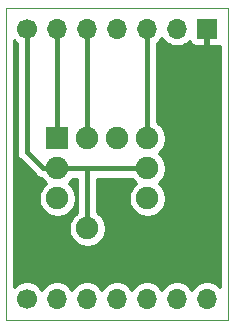
<source format=gbr>
G04 #@! TF.GenerationSoftware,KiCad,Pcbnew,(5.1.5)-3*
G04 #@! TF.CreationDate,2020-03-16T23:27:22+01:00*
G04 #@! TF.ProjectId,switch,73776974-6368-42e6-9b69-6361645f7063,rev?*
G04 #@! TF.SameCoordinates,PX18f3350PY2d4c310*
G04 #@! TF.FileFunction,Copper,L2,Bot*
G04 #@! TF.FilePolarity,Positive*
%FSLAX46Y46*%
G04 Gerber Fmt 4.6, Leading zero omitted, Abs format (unit mm)*
G04 Created by KiCad (PCBNEW (5.1.5)-3) date 2020-03-16 23:27:22*
%MOMM*%
%LPD*%
G04 APERTURE LIST*
%ADD10C,0.050000*%
%ADD11O,1.700000X1.700000*%
%ADD12C,1.700000*%
%ADD13R,1.700000X1.700000*%
%ADD14C,1.900000*%
%ADD15R,1.900000X1.900000*%
%ADD16C,0.457200*%
%ADD17C,0.254000*%
G04 APERTURE END LIST*
D10*
X18796000Y26416000D02*
X0Y26416000D01*
X18796000Y0D02*
X18796000Y26416000D01*
X0Y0D02*
X18796000Y0D01*
X0Y26416000D02*
X0Y0D01*
D11*
X17018000Y1778000D03*
X14478000Y1778000D03*
X11938000Y1778000D03*
X9398000Y1778000D03*
X6858000Y1778000D03*
X4318000Y1778000D03*
D12*
X1778000Y1778000D03*
D13*
X17018000Y24638000D03*
D11*
X14478000Y24638000D03*
X11938000Y24638000D03*
X9398000Y24638000D03*
X6858000Y24638000D03*
X4318000Y24638000D03*
D12*
X1778000Y24638000D03*
D14*
X11990500Y10287000D03*
X4370500Y10287000D03*
X11990500Y12827000D03*
X4370500Y12827000D03*
X11990500Y15367000D03*
D15*
X4370500Y15367000D03*
D14*
X6910500Y7747000D03*
X9450500Y15367000D03*
X6910500Y15367000D03*
X11990500Y15367000D03*
D15*
X4370500Y15367000D03*
D16*
X11938000Y15367000D02*
X11938000Y24638000D01*
X6858000Y15367000D02*
X6858000Y24638000D01*
X4370500Y24585500D02*
X4318000Y24638000D01*
X4370500Y15367000D02*
X4370500Y24585500D01*
X4370500Y12827000D02*
X6731000Y12827000D01*
X3175000Y12827000D02*
X4370500Y12827000D01*
X1778000Y24638000D02*
X1778000Y14224000D01*
X1778000Y14224000D02*
X3175000Y12827000D01*
X6731000Y12827000D02*
X11990500Y12827000D01*
X6858000Y12700000D02*
X6731000Y12827000D01*
X6858000Y7747000D02*
X6858000Y12700000D01*
D17*
G36*
X17145000Y24765000D02*
G01*
X17165000Y24765000D01*
X17165000Y24511000D01*
X17145000Y24511000D01*
X17145000Y23311750D01*
X17303750Y23153000D01*
X17868000Y23149928D01*
X17992482Y23162188D01*
X18112180Y23198498D01*
X18136001Y23211231D01*
X18136000Y2760107D01*
X17964632Y2931475D01*
X17721411Y3093990D01*
X17451158Y3205932D01*
X17164260Y3263000D01*
X16871740Y3263000D01*
X16584842Y3205932D01*
X16314589Y3093990D01*
X16071368Y2931475D01*
X15864525Y2724632D01*
X15748000Y2550240D01*
X15631475Y2724632D01*
X15424632Y2931475D01*
X15181411Y3093990D01*
X14911158Y3205932D01*
X14624260Y3263000D01*
X14331740Y3263000D01*
X14044842Y3205932D01*
X13774589Y3093990D01*
X13531368Y2931475D01*
X13324525Y2724632D01*
X13208000Y2550240D01*
X13091475Y2724632D01*
X12884632Y2931475D01*
X12641411Y3093990D01*
X12371158Y3205932D01*
X12084260Y3263000D01*
X11791740Y3263000D01*
X11504842Y3205932D01*
X11234589Y3093990D01*
X10991368Y2931475D01*
X10784525Y2724632D01*
X10668000Y2550240D01*
X10551475Y2724632D01*
X10344632Y2931475D01*
X10101411Y3093990D01*
X9831158Y3205932D01*
X9544260Y3263000D01*
X9251740Y3263000D01*
X8964842Y3205932D01*
X8694589Y3093990D01*
X8451368Y2931475D01*
X8244525Y2724632D01*
X8128000Y2550240D01*
X8011475Y2724632D01*
X7804632Y2931475D01*
X7561411Y3093990D01*
X7291158Y3205932D01*
X7004260Y3263000D01*
X6711740Y3263000D01*
X6424842Y3205932D01*
X6154589Y3093990D01*
X5911368Y2931475D01*
X5704525Y2724632D01*
X5588000Y2550240D01*
X5471475Y2724632D01*
X5264632Y2931475D01*
X5021411Y3093990D01*
X4751158Y3205932D01*
X4464260Y3263000D01*
X4171740Y3263000D01*
X3884842Y3205932D01*
X3614589Y3093990D01*
X3371368Y2931475D01*
X3164525Y2724632D01*
X3048000Y2550240D01*
X2931475Y2724632D01*
X2724632Y2931475D01*
X2481411Y3093990D01*
X2211158Y3205932D01*
X1924260Y3263000D01*
X1631740Y3263000D01*
X1344842Y3205932D01*
X1074589Y3093990D01*
X831368Y2931475D01*
X660000Y2760107D01*
X660000Y23655893D01*
X831368Y23484525D01*
X914400Y23429045D01*
X914401Y14266430D01*
X910222Y14224000D01*
X926896Y14054706D01*
X976279Y13891916D01*
X1030119Y13791188D01*
X1056470Y13741888D01*
X1164389Y13610388D01*
X1197346Y13583341D01*
X2534345Y12246340D01*
X2561388Y12213388D01*
X2692888Y12105469D01*
X2842916Y12025278D01*
X3005705Y11975896D01*
X3034844Y11973026D01*
X3139350Y11816621D01*
X3360121Y11595850D01*
X3418264Y11557000D01*
X3360121Y11518150D01*
X3139350Y11297379D01*
X2965891Y11037779D01*
X2846411Y10749327D01*
X2785500Y10443109D01*
X2785500Y10130891D01*
X2846411Y9824673D01*
X2965891Y9536221D01*
X3139350Y9276621D01*
X3360121Y9055850D01*
X3619721Y8882391D01*
X3908173Y8762911D01*
X4214391Y8702000D01*
X4526609Y8702000D01*
X4832827Y8762911D01*
X5121279Y8882391D01*
X5380879Y9055850D01*
X5601650Y9276621D01*
X5775109Y9536221D01*
X5894589Y9824673D01*
X5955500Y10130891D01*
X5955500Y10443109D01*
X5894589Y10749327D01*
X5775109Y11037779D01*
X5601650Y11297379D01*
X5380879Y11518150D01*
X5322736Y11557000D01*
X5380879Y11595850D01*
X5601650Y11816621D01*
X5699724Y11963400D01*
X5994401Y11963400D01*
X5994400Y9041145D01*
X5900121Y8978150D01*
X5679350Y8757379D01*
X5505891Y8497779D01*
X5386411Y8209327D01*
X5325500Y7903109D01*
X5325500Y7590891D01*
X5386411Y7284673D01*
X5505891Y6996221D01*
X5679350Y6736621D01*
X5900121Y6515850D01*
X6159721Y6342391D01*
X6448173Y6222911D01*
X6754391Y6162000D01*
X7066609Y6162000D01*
X7372827Y6222911D01*
X7661279Y6342391D01*
X7920879Y6515850D01*
X8141650Y6736621D01*
X8315109Y6996221D01*
X8434589Y7284673D01*
X8495500Y7590891D01*
X8495500Y7903109D01*
X8434589Y8209327D01*
X8315109Y8497779D01*
X8141650Y8757379D01*
X7920879Y8978150D01*
X7721600Y9111304D01*
X7721600Y11963400D01*
X10661276Y11963400D01*
X10759350Y11816621D01*
X10980121Y11595850D01*
X11038264Y11557000D01*
X10980121Y11518150D01*
X10759350Y11297379D01*
X10585891Y11037779D01*
X10466411Y10749327D01*
X10405500Y10443109D01*
X10405500Y10130891D01*
X10466411Y9824673D01*
X10585891Y9536221D01*
X10759350Y9276621D01*
X10980121Y9055850D01*
X11239721Y8882391D01*
X11528173Y8762911D01*
X11834391Y8702000D01*
X12146609Y8702000D01*
X12452827Y8762911D01*
X12741279Y8882391D01*
X13000879Y9055850D01*
X13221650Y9276621D01*
X13395109Y9536221D01*
X13514589Y9824673D01*
X13575500Y10130891D01*
X13575500Y10443109D01*
X13514589Y10749327D01*
X13395109Y11037779D01*
X13221650Y11297379D01*
X13000879Y11518150D01*
X12942736Y11557000D01*
X13000879Y11595850D01*
X13221650Y11816621D01*
X13395109Y12076221D01*
X13514589Y12364673D01*
X13575500Y12670891D01*
X13575500Y12983109D01*
X13514589Y13289327D01*
X13395109Y13577779D01*
X13221650Y13837379D01*
X13000879Y14058150D01*
X12942736Y14097000D01*
X13000879Y14135850D01*
X13221650Y14356621D01*
X13395109Y14616221D01*
X13514589Y14904673D01*
X13575500Y15210891D01*
X13575500Y15523109D01*
X13514589Y15829327D01*
X13395109Y16117779D01*
X13221650Y16377379D01*
X13000879Y16598150D01*
X12801600Y16731304D01*
X12801600Y23429045D01*
X12884632Y23484525D01*
X13091475Y23691368D01*
X13208000Y23865760D01*
X13324525Y23691368D01*
X13531368Y23484525D01*
X13774589Y23322010D01*
X14044842Y23210068D01*
X14331740Y23153000D01*
X14624260Y23153000D01*
X14911158Y23210068D01*
X15181411Y23322010D01*
X15424632Y23484525D01*
X15556487Y23616380D01*
X15578498Y23543820D01*
X15637463Y23433506D01*
X15716815Y23336815D01*
X15813506Y23257463D01*
X15923820Y23198498D01*
X16043518Y23162188D01*
X16168000Y23149928D01*
X16732250Y23153000D01*
X16891000Y23311750D01*
X16891000Y24511000D01*
X16871000Y24511000D01*
X16871000Y24765000D01*
X16891000Y24765000D01*
X16891000Y24785000D01*
X17145000Y24785000D01*
X17145000Y24765000D01*
G37*
X17145000Y24765000D02*
X17165000Y24765000D01*
X17165000Y24511000D01*
X17145000Y24511000D01*
X17145000Y23311750D01*
X17303750Y23153000D01*
X17868000Y23149928D01*
X17992482Y23162188D01*
X18112180Y23198498D01*
X18136001Y23211231D01*
X18136000Y2760107D01*
X17964632Y2931475D01*
X17721411Y3093990D01*
X17451158Y3205932D01*
X17164260Y3263000D01*
X16871740Y3263000D01*
X16584842Y3205932D01*
X16314589Y3093990D01*
X16071368Y2931475D01*
X15864525Y2724632D01*
X15748000Y2550240D01*
X15631475Y2724632D01*
X15424632Y2931475D01*
X15181411Y3093990D01*
X14911158Y3205932D01*
X14624260Y3263000D01*
X14331740Y3263000D01*
X14044842Y3205932D01*
X13774589Y3093990D01*
X13531368Y2931475D01*
X13324525Y2724632D01*
X13208000Y2550240D01*
X13091475Y2724632D01*
X12884632Y2931475D01*
X12641411Y3093990D01*
X12371158Y3205932D01*
X12084260Y3263000D01*
X11791740Y3263000D01*
X11504842Y3205932D01*
X11234589Y3093990D01*
X10991368Y2931475D01*
X10784525Y2724632D01*
X10668000Y2550240D01*
X10551475Y2724632D01*
X10344632Y2931475D01*
X10101411Y3093990D01*
X9831158Y3205932D01*
X9544260Y3263000D01*
X9251740Y3263000D01*
X8964842Y3205932D01*
X8694589Y3093990D01*
X8451368Y2931475D01*
X8244525Y2724632D01*
X8128000Y2550240D01*
X8011475Y2724632D01*
X7804632Y2931475D01*
X7561411Y3093990D01*
X7291158Y3205932D01*
X7004260Y3263000D01*
X6711740Y3263000D01*
X6424842Y3205932D01*
X6154589Y3093990D01*
X5911368Y2931475D01*
X5704525Y2724632D01*
X5588000Y2550240D01*
X5471475Y2724632D01*
X5264632Y2931475D01*
X5021411Y3093990D01*
X4751158Y3205932D01*
X4464260Y3263000D01*
X4171740Y3263000D01*
X3884842Y3205932D01*
X3614589Y3093990D01*
X3371368Y2931475D01*
X3164525Y2724632D01*
X3048000Y2550240D01*
X2931475Y2724632D01*
X2724632Y2931475D01*
X2481411Y3093990D01*
X2211158Y3205932D01*
X1924260Y3263000D01*
X1631740Y3263000D01*
X1344842Y3205932D01*
X1074589Y3093990D01*
X831368Y2931475D01*
X660000Y2760107D01*
X660000Y23655893D01*
X831368Y23484525D01*
X914400Y23429045D01*
X914401Y14266430D01*
X910222Y14224000D01*
X926896Y14054706D01*
X976279Y13891916D01*
X1030119Y13791188D01*
X1056470Y13741888D01*
X1164389Y13610388D01*
X1197346Y13583341D01*
X2534345Y12246340D01*
X2561388Y12213388D01*
X2692888Y12105469D01*
X2842916Y12025278D01*
X3005705Y11975896D01*
X3034844Y11973026D01*
X3139350Y11816621D01*
X3360121Y11595850D01*
X3418264Y11557000D01*
X3360121Y11518150D01*
X3139350Y11297379D01*
X2965891Y11037779D01*
X2846411Y10749327D01*
X2785500Y10443109D01*
X2785500Y10130891D01*
X2846411Y9824673D01*
X2965891Y9536221D01*
X3139350Y9276621D01*
X3360121Y9055850D01*
X3619721Y8882391D01*
X3908173Y8762911D01*
X4214391Y8702000D01*
X4526609Y8702000D01*
X4832827Y8762911D01*
X5121279Y8882391D01*
X5380879Y9055850D01*
X5601650Y9276621D01*
X5775109Y9536221D01*
X5894589Y9824673D01*
X5955500Y10130891D01*
X5955500Y10443109D01*
X5894589Y10749327D01*
X5775109Y11037779D01*
X5601650Y11297379D01*
X5380879Y11518150D01*
X5322736Y11557000D01*
X5380879Y11595850D01*
X5601650Y11816621D01*
X5699724Y11963400D01*
X5994401Y11963400D01*
X5994400Y9041145D01*
X5900121Y8978150D01*
X5679350Y8757379D01*
X5505891Y8497779D01*
X5386411Y8209327D01*
X5325500Y7903109D01*
X5325500Y7590891D01*
X5386411Y7284673D01*
X5505891Y6996221D01*
X5679350Y6736621D01*
X5900121Y6515850D01*
X6159721Y6342391D01*
X6448173Y6222911D01*
X6754391Y6162000D01*
X7066609Y6162000D01*
X7372827Y6222911D01*
X7661279Y6342391D01*
X7920879Y6515850D01*
X8141650Y6736621D01*
X8315109Y6996221D01*
X8434589Y7284673D01*
X8495500Y7590891D01*
X8495500Y7903109D01*
X8434589Y8209327D01*
X8315109Y8497779D01*
X8141650Y8757379D01*
X7920879Y8978150D01*
X7721600Y9111304D01*
X7721600Y11963400D01*
X10661276Y11963400D01*
X10759350Y11816621D01*
X10980121Y11595850D01*
X11038264Y11557000D01*
X10980121Y11518150D01*
X10759350Y11297379D01*
X10585891Y11037779D01*
X10466411Y10749327D01*
X10405500Y10443109D01*
X10405500Y10130891D01*
X10466411Y9824673D01*
X10585891Y9536221D01*
X10759350Y9276621D01*
X10980121Y9055850D01*
X11239721Y8882391D01*
X11528173Y8762911D01*
X11834391Y8702000D01*
X12146609Y8702000D01*
X12452827Y8762911D01*
X12741279Y8882391D01*
X13000879Y9055850D01*
X13221650Y9276621D01*
X13395109Y9536221D01*
X13514589Y9824673D01*
X13575500Y10130891D01*
X13575500Y10443109D01*
X13514589Y10749327D01*
X13395109Y11037779D01*
X13221650Y11297379D01*
X13000879Y11518150D01*
X12942736Y11557000D01*
X13000879Y11595850D01*
X13221650Y11816621D01*
X13395109Y12076221D01*
X13514589Y12364673D01*
X13575500Y12670891D01*
X13575500Y12983109D01*
X13514589Y13289327D01*
X13395109Y13577779D01*
X13221650Y13837379D01*
X13000879Y14058150D01*
X12942736Y14097000D01*
X13000879Y14135850D01*
X13221650Y14356621D01*
X13395109Y14616221D01*
X13514589Y14904673D01*
X13575500Y15210891D01*
X13575500Y15523109D01*
X13514589Y15829327D01*
X13395109Y16117779D01*
X13221650Y16377379D01*
X13000879Y16598150D01*
X12801600Y16731304D01*
X12801600Y23429045D01*
X12884632Y23484525D01*
X13091475Y23691368D01*
X13208000Y23865760D01*
X13324525Y23691368D01*
X13531368Y23484525D01*
X13774589Y23322010D01*
X14044842Y23210068D01*
X14331740Y23153000D01*
X14624260Y23153000D01*
X14911158Y23210068D01*
X15181411Y23322010D01*
X15424632Y23484525D01*
X15556487Y23616380D01*
X15578498Y23543820D01*
X15637463Y23433506D01*
X15716815Y23336815D01*
X15813506Y23257463D01*
X15923820Y23198498D01*
X16043518Y23162188D01*
X16168000Y23149928D01*
X16732250Y23153000D01*
X16891000Y23311750D01*
X16891000Y24511000D01*
X16871000Y24511000D01*
X16871000Y24765000D01*
X16891000Y24765000D01*
X16891000Y24785000D01*
X17145000Y24785000D01*
X17145000Y24765000D01*
M02*

</source>
